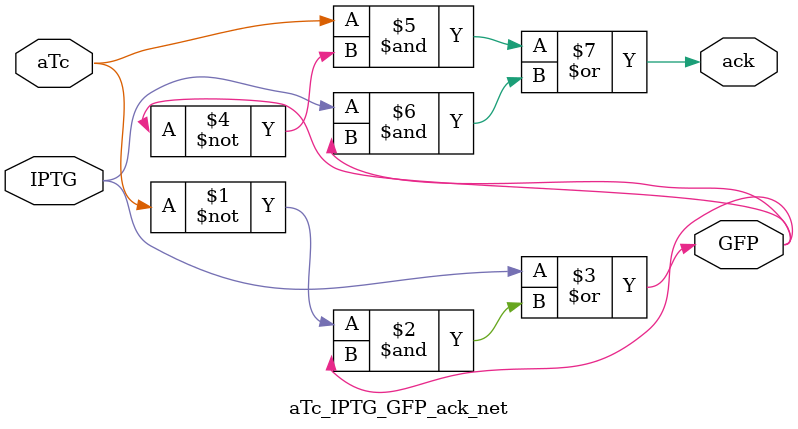
<source format=v>
/*
 * /Users/tramyn/Documents/publications/IEEE_2018/gts_compiler_output/gts_ack
*/
module aTc_IPTG_GFP_ack_net(aTc, IPTG, GFP, ack);

  input aTc;
  input IPTG;
  output GFP;
  output ack;

assign GFP = (IPTG) | (~aTc) & GFP;
assign ack = (aTc & ~GFP) | (IPTG & GFP);

// Initial state: 
// !aTc !IPTG !GFP !ack 

endmodule



</source>
